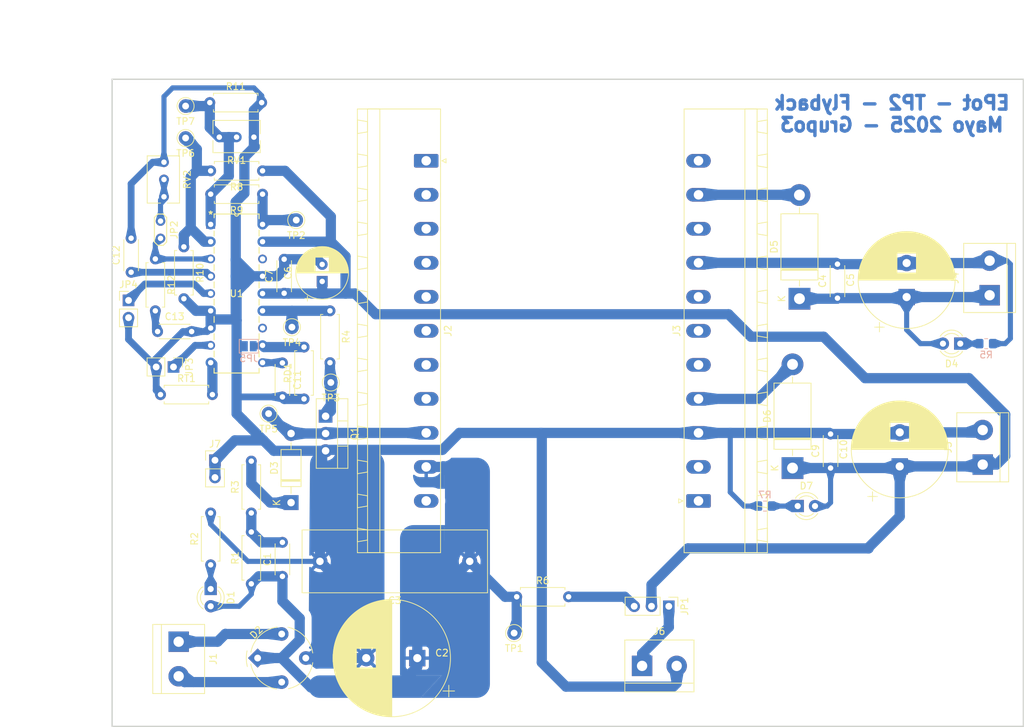
<source format=kicad_pcb>
(kicad_pcb (version 20241229) (generator "pcbnew") (generator_version "9.0")
  (layers (0 "F.Cu" signal) (2 "B.Cu" signal) (13 "F.Paste" user) (15 "B.Paste" user) (5 "F.SilkS" user "F.Silkscreen") (7 "B.SilkS" user "B.Silkscreen") (1 "F.Mask" user) (3 "B.Mask" user) (25 "Edge.Cuts" user))
  (net 0 "")
  (net 1 "Net-(C1-Pad2)")
  (net 2 "/VL1")
  (net 3 "GND1")
  (net 4 "GND2")
  (net 5 "+5V")
  (net 6 "+16V")
  (net 7 "Net-(U1-CT)")
  (net 8 "/SOFTSTART")
  (net 9 "Net-(C13-Pad1)")
  (net 10 "Net-(D1-K)")
  (net 11 "LINE")
  (net 12 "NEUT")
  (net 13 "Net-(D3-K)")
  (net 14 "/DRAIN")
  (net 15 "Net-(D4-K)")
  (net 16 "/VL5V")
  (net 17 "/VL16V")
  (net 18 "Net-(D7-K)")
  (net 23 "unconnected-(J2-Pin_11-Pad11)")
  (net 30 "Net-(JP1-B)")
  (net 31 "Net-(JP2-A)")
  (net 32 "/COMP")
  (net 33 "/nSHUTDOWN")
  (net 34 "/nRESET")
  (net 35 "/CONTROL")
  (net 36 "/ERROR-")
  (net 37 "/VREF")
  (net 38 "/ERROR+")
  (net 39 "Net-(U1-RTIMING)")
  (net 47 "Net-(JP5-B)")
  (net 48 "Net-(J6-Pin_1)")
  (net 49 "Net-(Q1-G)")
  (footprint "Connector_PinHeader_2.54mm:PinHeader_1x02_P2.54mm_Vertical" (layer "F.Cu") (at 105.156 85.217 -90)
    (property "Reference" "JP3")
    (property "Value" "Jumper_2_Open")
  )
  (footprint "Capacitor_THT:C_Disc_D4.3mm_W1.9mm_P5.00mm" (layer "F.Cu") (at 121.158 84.622 -90)
    (property "Reference" "C11")
    (property "Value" "5n-25V")
  )
  (footprint "LED_THT:LED_D3.0mm" (layer "F.Cu") (at 196.85 105.664)
    (property "Reference" "D7")
    (property "Value" "RED")
  )
  (footprint "Resistor_THT:R_Axial_DIN0207_L6.3mm_D2.5mm_P7.62mm_Horizontal" (layer "F.Cu") (at 155.575 118.999)
    (property "Reference" "R6")
    (property "Value" "470k")
  )
  (footprint "Connector_PinHeader_2.54mm:PinHeader_1x02_P2.54mm_Vertical" (layer "F.Cu") (at 98.552 75.433)
    (property "Reference" "JP4")
    (property "Value" "Jumper_2_Open")
  )
  (footprint "Connector_Phoenix_MSTB:PhoenixContact_MSTB_2,5_11-GF_1x11_P5.00mm_Horizontal_ThreadedFlange" (layer "F.Cu") (at 182.278092 104.909842 90)
    (property "Reference" "J3")
    (property "Value" "Conn_01x11_Pin")
  )
  (footprint "Resistor_THT:R_Axial_DIN0207_L6.3mm_D2.5mm_P7.62mm_Horizontal" (layer "F.Cu") (at 116.586 117.094 90)
    (property "Reference" "R1")
    (property "Value" "51k")
  )
  (footprint "TestPoint:TestPoint_2Pads_Pitch2.54mm_Drill0.8mm" (layer "F.Cu") (at 103.251 63.774 -90)
    (property "Reference" "JP2")
    (property "Value" "Jumper_2_Open")
  )
  (footprint "Potentiometer_THT:Potentiometer_Bourns_3266Y_Vertical" (layer "F.Cu") (at 103.759 60.198 -90)
    (property "Reference" "RV2")
    (property "Value" "100k")
  )
  (footprint "Capacitor_THT:C_Disc_D4.3mm_W1.9mm_P5.00mm" (layer "F.Cu") (at 98.933 71.294 90)
    (property "Reference" "C12")
    (property "Value" "2u-16V")
  )
  (footprint "Connector_PinHeader_2.54mm:PinHeader_1x03_P2.54mm_Vertical" (layer "F.Cu") (at 177.912 120.396 -90)
    (property "Reference" "JP1")
    (property "Value" "Jumper_3_Open")
  )
  (footprint "LED_THT:LED_D3.0mm" (layer "F.Cu") (at 110.617 117.856 -90)
    (property "Reference" "D1")
    (property "Value" "RED")
  )
  (footprint "Connector_Pin:Pin_D1.0mm_L10.0mm" (layer "F.Cu") (at 122.555 79.375)
    (property "Reference" "TP4")
    (property "Value" "TestPoint")
  )
  (footprint "Resistor_THT:R_Axial_DIN0207_L6.3mm_D2.5mm_P7.62mm_Horizontal" (layer "F.Cu") (at 106.68 67.564 -90)
    (property "Reference" "R10")
    (property "Value" "24k")
  )
  (footprint "footprints:N18" (layer "F.Cu") (at 118.237 84.582)
    (property "Reference" "U1")
    (property "Value" "UC3526N")
  )
  (footprint "Capacitor_THT:C_Disc_D4.3mm_W1.9mm_P5.00mm" (layer "F.Cu") (at 121.158 115.998 90)
    (property "Reference" "C1")
    (property "Value" "2.6n-600V")
  )
  (footprint "LED_THT:LED_D3.0mm" (layer "F.Cu") (at 220.726 81.788 180)
    (property "Reference" "D4")
    (property "Value" "RED")
  )
  (footprint "Resistor_THT:R_Axial_DIN0207_L6.3mm_D2.5mm_P7.62mm_Horizontal" (layer "F.Cu") (at 124.333 89.916 90)
    (property "Reference" "RD1")
    (property "Value" "0")
  )
  (footprint "Capacitor_THT:CP_Radial_D14.0mm_P5.00mm" (layer "F.Cu") (at 212.852 74.941729 90)
    (property "Reference" "C5")
    (property "Value" "47u-25V")
  )
  (footprint "Capacitor_THT:CP_Radial_D14.0mm_P5.00mm" (layer "F.Cu") (at 211.836 99.833729 90)
    (property "Reference" "C10")
    (property "Value" "47u-35V")
  )
  (footprint "Diode_THT:D_DO-201AD_P15.24mm_Horizontal" (layer "F.Cu") (at 197.104 75.184 90)
    (property "Reference" "D5")
    (property "Value" "MBR340")
  )
  (footprint "Capacitor_THT:C_Disc_D4.3mm_W1.9mm_P5.00mm" (layer "F.Cu") (at 202.692 75.104 90)
    (property "Reference" "C4")
    (property "Value" "1u-25V")
  )
  (footprint "Capacitor_THT:CP_Radial_D7.5mm_P2.50mm" (layer "F.Cu") (at 127 72.644 90)
    (property "Reference" "C6")
    (property "Value" "10u-25V")
  )
  (footprint "Diode_THT:Diode_Bridge_Round_D9.0mm" (layer "F.Cu") (at 117.515932 128.005767 45)
    (property "Reference" "D2")
    (property "Value" "W10M")
  )
  (footprint "Resistor_THT:R_Axial_DIN0207_L6.3mm_D2.5mm_P7.62mm_Horizontal" (layer "F.Cu") (at 128.143 76.962 -90)
    (property "Reference" "R4")
    (property "Value" "80")
  )
  (footprint "Resistor_THT:R_Axial_DIN0207_L6.3mm_D2.5mm_P7.62mm_Horizontal" (layer "F.Cu") (at 116.586 106.68 90)
    (property "Reference" "R3")
    (property "Value" "120")
  )
  (footprint "Resistor_THT:R_Axial_DIN0207_L6.3mm_D2.5mm_P7.62mm_Horizontal" (layer "F.Cu") (at 118.237 59.817 180)
    (property "Reference" "R9")
    (property "Value" "10k")
  )
  (footprint "Connector_PinHeader_2.54mm:PinHeader_1x02_P2.54mm_Vertical" (layer "F.Cu") (at 111.252 98.928)
    (property "Reference" "J7")
    (property "Value" "Conn_01x02_Pin")
  )
  (footprint "Diode_THT:D_DO-201AD_P15.24mm_Horizontal" (layer "F.Cu") (at 196.088 100.076 90)
    (property "Reference" "D6")
    (property "Value" "MBR340")
  )
  (footprint "Resistor_THT:R_Axial_DIN0207_L6.3mm_D2.5mm_P7.62mm_Horizontal" (layer "F.Cu") (at 118.237 56.388 180)
    (property "Reference" "R8")
    (property "Value" "130k")
  )
  (footprint "Capacitor_THT:C_Disc_D4.3mm_W1.9mm_P5.00mm" (layer "F.Cu") (at 121.412 74.382 90)
    (property "Reference" "C7")
    (property "Value" "1u-25V")
  )
  (footprint "TerminalBlock:TerminalBlock_bornier-2_P5.08mm" (layer "F.Cu") (at 224.028 99.568 90)
    (property "Reference" "J5")
    (property "Value" "Bornera")
  )
  (footprint "Capacitor_THT:CP_Radial_D17.0mm_P7.50mm" (layer "F.Cu") (at 140.97 128.016 180)
    (property "Reference" "C2")
    (property "Value" "100u-450V")
  )
  (footprint "TerminalBlock:TerminalBlock_bornier-2_P5.08mm" (layer "F.Cu") (at 173.99 129.159)
    (property "Reference" "J6")
    (property "Value" "Bornera")
  )
  (footprint "Connector_Pin:Pin_D1.0mm_L10.0mm" (layer "F.Cu") (at 128.27 87.503)
    (property "Reference" "TP3")
    (property "Value" "TestPoint")
  )
  (footprint "TerminalBlock:TerminalBlock_bornier-2_P5.08mm" (layer "F.Cu") (at 105.918 125.603 -90)
    (property "Reference" "J1")
    (property "Value" "Bornera")
  )
  (footprint "Connector_Pin:Pin_D1.0mm_L10.0mm" (layer "F.Cu") (at 123.19 63.627)
    (property "Reference" "TP2")
    (property "Value" "TestPoint")
  )
  (footprint "Resistor_THT:R_Axial_DIN0207_L6.3mm_D2.5mm_P7.62mm_Horizontal" (layer "F.Cu") (at 110.617 114.3 90)
    (property "Reference" "R2")
    (property "Value" "68k-2W")
  )
  (footprint "Capacitor_THT:C_Rect_L27.0mm_W9.0mm_P22.00mm" (layer "F.Cu") (at 148.668001 113.792 180)
    (property "Reference" "C3")
    (property "Value" "1u-650V")
  )
  (footprint "Package_TO_SOT_THT:TO-220-3_Vertical" (layer "F.Cu") (at 127.5 92.46 -90)
    (property "Reference" "Q1")
    (property "Value" "BUZ80")
  )
  (footprint "Resistor_THT:R_Axial_DIN0207_L6.3mm_D2.5mm_P7.62mm_Horizontal" (layer "F.Cu") (at 110.49 46.355)
    (property "Reference" "R11")
    (property "Value" "10k")
  )
  (footprint "Connector_Pin:Pin_D1.0mm_L10.0mm" (layer "F.Cu") (at 155.194 124.333)
    (property "Reference" "TP1")
    (property "Value" "TestPoint")
  )
  (footprint "Capacitor_THT:C_Disc_D4.3mm_W1.9mm_P5.00mm" (layer "F.Cu") (at 201.676 100.076 90)
    (property "Reference" "C9")
    (property "Value" "1u-35V")
  )
  (footprint "Capacitor_THT:C_Disc_D4.3mm_W1.9mm_P5.00mm" (layer "F.Cu") (at 102.823 80.01)
    (property "Reference" "C13")
    (property "Value" "10n")
  )
  (footprint "Connector_Pin:Pin_D1.0mm_L10.0mm" (layer "F.Cu") (at 106.934 46.863)
    (property "Reference" "TP7")
    (property "Value" "TestPoint")
  )
  (footprint "Connector_Pin:Pin_D1.0mm_L10.0mm" (layer "F.Cu") (at 106.934 51.562)
    (property "Reference" "TP6")
    (property "Value" "TestPoint")
  )
  (footprint "Resistor_THT:R_Axial_DIN0207_L6.3mm_D2.5mm_P7.62mm_Horizontal" (layer "F.Cu") (at 102.489 69.342 -90)
    (property "Reference" "R12")
    (property "Value" "4.7k")
  )
  (footprint "Potentiometer_THT:Potentiometer_Bourns_3266Y_Vertical" (layer "F.Cu") (at 111.887 51.435 180)
    (property "Reference" "RV1")
    (property "Value" "20k")
  )
  (footprint "Diode_THT:D_DO-41_SOD81_P10.16mm_Horizontal" (layer "F.Cu") (at 122.428 105.156 90)
    (property "Reference" "D3")
    (property "Value" "1N4008")
  )
  (footprint "Connector_Phoenix_MSTB:PhoenixContact_MSTB_2,5_11-GF_1x11_P5.00mm_Horizontal_ThreadedFlange" (layer "F.Cu") (at 142.278092 54.909842 -90)
    (property "Reference" "J2")
    (property "Value" "Conn_01x11_Pin")
  )
  (footprint "TerminalBlock:TerminalBlock_bornier-2_P5.08mm" (layer "F.Cu") (at 225.044 74.676 90)
    (property "Reference" "J4")
    (property "Value" "Bornera" (hide yes))
  )
  (footprint "Resistor_THT:R_Axial_DIN0207_L6.3mm_D2.5mm_P7.62mm_Horizontal" (layer "F.Cu") (at 103.251 89.281)
    (property "Reference" "RT1")
    (property "Value" "3.3k")
  )
  (footprint "Connector_Pin:Pin_D1.0mm_L10.0mm" (layer "F.Cu") (at 119.126 92.075)
    (property "Reference" "TP5")
    (property "Value" "TestPoint")
  )
  (footprint "Resistor_SMD:R_0805_2012Metric_Pad1.20x1.40mm_HandSolder" (layer "B.Cu") (at 224.536 81.788)
    (property "Reference" "R5")
    (property "Value" "330-1/4W")
  )
  (footprint "Resistor_SMD:R_0805_2012Metric_Pad1.20x1.40mm_HandSolder" (layer "B.Cu") (at 192.04 105.664 180)
    (property "Reference" "R7")
    (property "Value" "1.5k-1/4W")
  )
  (footprint "Jumper:SolderJumper-2_P1.3mm_Open_Pad1.0x1.5mm" (layer "B.Cu") (at 116.22 82.169)
    (property "Reference" "JP5")
    (property "Value" "open")
  )
  (gr_rect (start 96.139 42.926) (end 229.997 138.049) (stroke (width 0.2)) (fill no) (layer "Edge.Cuts"))
  (gr_text "EPot - TP2 - Flyback\nMayo 2025 - Grupo3" (at 210.663777 50.8 0) (layer "B.Cu") (effects (font (size 2 2) (thickness 0.5) (bold yes)) (justify bottom mirror)))
  (segment (start 121.158 110.998) (end 118.11 110.998) (width 1.5) (layer "B.Cu") (net 1))
  (segment (start 118.11 110.998) (end 116.586 109.474) (width 1.5) (layer "B.Cu") (net 1))
  (segment (start 116.586 106.68) (end 116.586 109.474) (width 1.5) (layer "B.Cu") (net 1))
  (segment (start 144.78 99.822) (end 144.692158 99.909842) (width 1.5) (layer "B.Cu") (net 2))
  (segment (start 125.359233 132.334) (end 121.031 128.005767) (width 1.5) (layer "B.Cu") (net 2))
  (segment (start 121.158 115.998) (end 121.158 119.634) (width 1.5) (layer "B.Cu") (net 2))
  (segment (start 116.586 118.618) (end 116.586 117.094) (width 0.75) (layer "B.Cu") (net 2))
  (segment (start 153.875001 118.999) (end 148.668001 113.792) (width 1.5) (layer "B.Cu") (net 2))
  (segment (start 121.031 128.005767) (end 117.515932 128.005767) (width 1.5) (layer "B.Cu") (net 2))
  (segment (start 121.158 115.998) (end 117.682 115.998) (width 1.5) (layer "B.Cu") (net 2))
  (segment (start 155.575 118.999) (end 153.875001 118.999) (width 1.5) (layer "B.Cu") (net 2))
  (segment (start 144.692158 99.909842) (end 142.278092 99.909842) (width 1.5) (layer "B.Cu") (net 2))
  (segment (start 155.575 118.999) (end 155.575 123.952) (width 1.5) (layer "B.Cu") (net 2))
  (segment (start 148.668001 113.792) (end 148.668001 103.710001) (width 1.5) (layer "B.Cu") (net 2))
  (segment (start 117.682 115.998) (end 116.586 117.094) (width 1.5) (layer "B.Cu") (net 2))
  (segment (start 123.698 125.338767) (end 121.031 128.005767) (width 1.5) (layer "B.Cu") (net 2))
  (segment (start 140.97 129.286) (end 137.922 132.334) (width 1.5) (layer "B.Cu") (net 2))
  (segment (start 155.575 123.952) (end 155.194 124.333) (width 1.5) (layer "B.Cu") (net 2))
  (segment (start 148.668001 103.710001) (end 144.78 99.822) (width 1.5) (layer "B.Cu") (net 2))
  (segment (start 121.158 119.634) (end 123.698 122.174) (width 1.5) (layer "B.Cu") (net 2))
  (segment (start 110.617 120.396) (end 114.808 120.396) (width 0.75) (layer "B.Cu") (net 2))
  (segment (start 140.97 121.490001) (end 148.668001 113.792) (width 1.5) (layer "B.Cu") (net 2))
  (segment (start 114.808 120.396) (end 116.586 118.618) (width 0.75) (layer "B.Cu") (net 2))
  (segment (start 140.97 128.016) (end 140.97 121.490001) (width 1.5) (layer "B.Cu") (net 2))
  (segment (start 140.97 128.016) (end 140.97 129.286) (width 1.5) (layer "B.Cu") (net 2))
  (segment (start 137.922 132.334) (end 125.359233 132.334) (width 1.5) (layer "B.Cu") (net 2))
  (segment (start 123.698 122.174) (end 123.698 125.338767) (width 1.5) (layer "B.Cu") (net 2))
  (segment (start 110.617 108.331) (end 116.078 113.792) (width 0.75) (layer "B.Cu") (net 3))
  (segment (start 114.3 69.469) (end 116.713 71.882) (width 1.5) (layer "B.Cu") (net 3))
  (segment (start 116.967 52.705) (end 116.967 51.435) (width 1.5) (layer "B.Cu") (net 3))
  (segment (start 110.617 78.232) (end 114.3 78.232) (width 1.5) (layer "B.Cu") (net 3))
  (segment (start 188.976 105.664) (end 186.944 103.632) (width 0.75) (layer "B.Cu") (net 3))
  (segment (start 107.823 80.01) (end 106.553 80.01) (width 1) (layer "B.Cu") (net 3))
  (segment (start 114.427 92.075) (end 115.316 92.964) (width 1.5) (layer "B.Cu") (net 3))
  (segment (start 103.759 45.466) (end 103.759 55.118) (width 0.75) (layer "B.Cu") (net 3))
  (segment (start 121.412 70.866) (end 121.412 69.382) (width 1.5) (layer "B.Cu") (net 3))
  (segment (start 116.713 71.882) (end 115.697 72.898) (width 1.5) (layer "B.Cu") (net 3))
  (segment (start 114.681 71.882) (end 114.3 71.882) (width 1.5) (layer "B.Cu") (net 3))
  (segment (start 102.616 85.217) (end 102.616 88.646) (width 1) (layer "B.Cu") (net 3))
  (segment (start 133.459767 128.005767) (end 133.47 128.016) (width 1.5) (layer "B.Cu") (net 3))
  (segment (start 114.3 71.882) (end 114.3 78.232) (width 1.5) (layer "B.Cu") (net 3))
  (segment (start 114.427 89.535) (end 114.427 92.075) (width 1.5) (layer "B.Cu") (net 3))
  (segment (start 120.396 71.882) (end 121.412 70.866) (width 1.5) (layer "B.Cu") (net 3))
  (segment (start 178.562 132.207) (end 162.814 132.207) (width 1.5) (layer "B.Cu") (net 3))
  (segment (start 121.158 89.622) (end 114.514 89.622) (width 1) (layer "B.Cu") (net 3))
  (segment (start 133.47 128.016) (end 133.47 120.593999) (width 1.5) (layer "B.Cu") (net 3))
  (segment (start 114.3 78.232) (end 114.427 78.359) (width 1.5) (layer "B.Cu") (net 3))
  (segment (start 201.509842 94.909842) (end 201.676 95.076) (width 1.5) (layer "B.Cu") (net 3))
  (segment (start 114.168 96.012) (end 111.252 98.928) (width 1.5) (layer "B.Cu") (net 3))
  (segment (start 110.617 76.962) (end 108.458 76.962) (width 1.5) (layer "B.Cu") (net 3))
  (segment (start 115.189 92.837) (end 115.316 92.964) (width 1) (layer "B.Cu") (net 3))
  (segment (start 116.713 71.882) (end 118.237 71.882) (width 1.5) (layer "B.Cu") (net 3))
  (segment (start 116.078 113.792) (end 126.668001 113.792) (width 0.75) (layer "B.Cu") (net 3))
  (segment (start 110.617 78.232) (end 110.617 79.502) (width 1.5) (layer "B.Cu") (net 3))
  (segment (start 118.11 46.355) (end 118.11 45.339) (width 0.75) (layer "B.Cu") (net 3))
  (segment (start 115.316 92.964) (end 118.364 96.012) (width 1.5) (layer "B.Cu") (net 3))
  (segment (start 179.07 131.699) (end 178.562 132.207) (width 1.5) (layer "B.Cu") (net 3))
  (segment (start 110.617 106.68) (end 110.617 108.331) (width 0.75) (layer "B.Cu") (net 3))
  (segment (start 107.823 80.01) (end 110.109 80.01) (width 1) (layer "B.Cu") (net 3))
  (segment (start 127.64 97.4) (end 127.5 97.54) (width 1.5) (layer "B.Cu") (net 3))
  (segment (start 211.836 94.833729) (end 223.682271 94.833729) (width 1.5) (layer "B.Cu") (net 3))
  (segment (start 124.587 128.005767) (end 133.459767 128.005767) (width 1.5) (layer "B.Cu") (net 3))
  (segment (start 114.514 89.622) (end 114.427 89.535) (width 1) (layer "B.Cu") (net 3))
  (segment (start 106.553 80.01) (end 101.981 84.582) (width 1) (layer "B.Cu") (net 3))
  (segment (start 144.662 97.4) (end 127.64 97.4) (width 1.5) (layer "B.Cu") (net 3))
  (segment (start 118.237 71.882) (end 120.396 71.882) (width 1.5) (layer "B.Cu") (net 3))
  (segment (start 102.616 88.646) (end 103.251 89.281) (width 1) (layer "B.Cu") (net 3))
  (segment (start 115.57 59.69) (end 115.57 54.356) (width 1.5) (layer "B.Cu") (net 3))
  (segment (start 201.676 95.076) (end 211.593729 95.076) (width 1.5) (layer "B.Cu") (net 3))
  (segment (start 102.616 85.217) (end 101.981 84.582) (width 1) (layer "B.Cu") (net 3))
  (segment (start 126.668001 98.371999) (end 127.5 97.54) (width 1.5) (layer "B.Cu") (net 3))
  (segment (start 118.364 96.012) (end 119.892 97.54) (width 1.5) (layer "B.Cu") (net 3))
  (segment (start 98.933 58.293) (end 102.108 55.118) (width 1) (layer "B.Cu") (net 3))
  (segment (start 211.593729 95.076) (end 211.836 94.833729) (width 1.5) (layer "B.Cu") (net 3))
  (segment (start 182.278092 94.909842) (end 159.131 94.909842) (width 1.5) (layer "B.Cu") (net 3))
  (segment (start 105.029 44.196) (end 103.759 45.466) (width 0.75) (layer "B.Cu") (net 3))
  (segment (start 114.3 69.469) (end 114.3 71.882) (width 1.5) (layer "B.Cu") (net 3))
  (segment (start 110.109 80.01) (end 110.617 79.502) (width 1) (layer "B.Cu") (net 3))
  (segment (start 121.245 89.535) (end 121.158 89.622) (width 1) (layer "B.Cu") (net 3))
  (segment (start 114.3 60.96) (end 115.57 59.69) (width 1.5) (layer "B.Cu") (net 3))
  (segment (start 121.452 89.916) (end 121.158 89.622) (width 1.5) (layer "B.Cu") (net 3))
  (segment (start 159.131 94.909842) (end 147.152158 94.909842) (width 1.5) (layer "B.Cu") (net 3))
  (segment (start 159.258 128.651) (end 159.258 95.036842) (width 1.5) (layer "B.Cu") (net 3))
  (segment (start 110.617 76.962) (end 110.617 78.232) (width 1.5) (layer "B.Cu") (net 3))
  (segment (start 126.668001 113.792) (end 126.668001 98.371999) (width 1.5) (layer "B.Cu") (net 3))
  (segment (start 115.697 72.898) (end 114.681 71.882) (width 1.5) (layer "B.Cu") (net 3))
  (segment (start 118.364 96.012) (end 114.168 96.012) (width 1.5) (layer "B.Cu") (net 3))
  (segment (start 186.944 94.909842) (end 201.509842 94.909842) (width 1.5) (layer "B.Cu") (net 3))
  (segment (start 159.258 95.036842) (end 159.131 94.909842) (width 1.5) (layer "B.Cu") (net 3))
  (segment (start 147.152158 94.909842) (end 144.662 97.4) (width 1.5) (layer "B.Cu") (net 3))
  (segment (start 114.427 74.168) (end 114.427 78.359) (width 1.5) (layer "B.Cu") (net 3))
  (segment (start 126.238 69.382) (end 127 70.144) (width 1.5) (layer "B.Cu") (net 3))
  (segment (start 114.3 69.469) (end 114.3 60.96) (width 1.5) (layer "B.Cu") (net 3))
  (segment (start 124.333 89.916) (end 121.452 89.916) (width 1.5) (layer "B.Cu") (net 3))
  (segment (start 179.07 129.159) (end 179.07 131.699) (width 1.5) (layer "B.Cu") (net 3))
  (segment (start 116.967 47.498) (end 118.11 46.355) (width 1.5) (layer "B.Cu") (net 3))
  (segment (start 115.57 54.356) (end 117.094 52.832) (width 1.5) (layer "B.Cu") (net 3))
  (segment (start 116.967 51.435) (end 116.967 47.498) (width 1.5) (layer "B.Cu") (net 3))
  (segment (start 186.944 103.632) (end 186.944 94.909842) (width 0.75) (layer "B.Cu") (net 3))
  (segment (start 115.697 72.898) (end 114.427 74.168) (width 1.5) (layer "B.Cu") (net 3))
  (segment (start 162.814 132.207) (end 159.258 128.651) (width 1.5) (layer "B.Cu") (net 3))
  (segment (start 114.427 78.359) (end 114.427 89.535) (width 1.5) (layer "B.Cu") (net 3))
  (segment (start 121.412 69.382) (end 126.238 69.382) (width 1.5) (layer "B.Cu") (net 3))
  (segment (start 182.278092 94.909842) (end 186.944 94.909842) (width 1.5) (layer "B.Cu") (net 3))
  (segment (start 191.04 105.664) (end 188.976 105.664) (width 0.75) (layer "B.Cu") (net 3))
  (segment (start 108.458 76.962) (end 106.68 75.184) (width 1.5) (layer "B.Cu") (net 3))
  (segment (start 102.108 55.118) (end 103.759 55.118) (width 1) (layer "B.Cu") (net 3))
  (segment (start 118.11 45.339) (end 116.967 44.196) (width 0.75) (layer "B.Cu") (net 3))
  (segment (start 98.552 81.153) (end 98.552 77.973) (width 1) (layer "B.Cu") (net 3))
  (segment (start 101.981 84.582) (end 98.552 81.153) (width 1) (layer "B.Cu") (net 3))
  (segment (start 223.682271 94.833729) (end 224.028 94.488) (width 1.5) (layer "B.Cu") (net 3))
  (segment (start 117.094 52.832) (end 116.967 52.705) (width 1.5) (layer "B.Cu") (net 3))
  (segment (start 111.252 98.928) (end 111.252 101.468) (width 1.5) (layer "B.Cu") (net 3))
  (segment (start 116.967 44.196) (end 105.029 44.196) (width 0.75) (layer "B.Cu") (net 3))
  (segment (start 98.933 66.294) (end 98.933 58.293) (width 1) (layer "B.Cu") (net 3))
  (segment (start 133.47 120.593999) (end 126.668001 113.792) (width 1.5) (layer "B.Cu") (net 3))
  (segment (start 119.892 97.54) (end 127.5 97.54) (width 1.5) (layer "B.Cu") (net 3))
  (segment (start 212.689729 70.104) (end 212.852 69.941729) (width 1.5) (layer "B.Cu") (net 4))
  (segment (start 227.33 81.788) (end 228.092 81.026) (width 0.75) (layer "B.Cu") (net 4))
  (segment (start 225.536 81.788) (end 227.33 81.788) (width 0.75) (layer "B.Cu") (net 4))
  (segment (start 212.852 69.941729) (end 224.698271 69.941729) (width 1.5) (layer "B.Cu") (net 4))
  (segment (start 228.092 70.104) (end 227.584 69.596) (width 0.75) (layer "B.Cu") (net 4))
  (segment (start 202.497842 69.909842) (end 202.692 70.104) (width 1.5) (layer "B.Cu") (net 4))
  (segment (start 182.278092 69.909842) (end 202.497842 69.909842) (width 1.5) (layer "B.Cu") (net 4))
  (segment (start 224.698271 69.941729) (end 225.044 69.596) (width 1.5) (layer "B.Cu") (net 4))
  (segment (start 227.584 69.596) (end 225.044 69.596) (width 0.75) (layer "B.Cu") (net 4))
  (segment (start 202.692 70.104) (end 212.689729 70.104) (width 1.5) (layer "B.Cu") (net 4))
  (segment (start 228.092 81.026) (end 228.092 70.104) (width 0.75) (layer "B.Cu") (net 4))
  (segment (start 202.692 75.104) (end 212.689729 75.104) (width 1.5) (layer "B.Cu") (net 5))
  (segment (start 212.852 79.756) (end 212.852 74.941729) (width 0.75) (layer "B.Cu") (net 5))
  (segment (start 197.104 75.184) (end 202.612 75.184) (width 1.5) (layer "B.Cu") (net 5))
  (segment (start 212.852 74.941729) (end 224.778271 74.941729) (width 1.5) (layer "B.Cu") (net 5))
  (segment (start 214.884 81.788) (end 212.852 79.756) (width 0.75) (layer "B.Cu") (net 5))
  (segment (start 202.612 75.184) (end 202.692 75.104) (width 1.5) (layer "B.Cu") (net 5))
  (segment (start 212.689729 75.104) (end 212.852 74.941729) (width 1.5) (layer "B.Cu") (net 5))
  (segment (start 218.186 81.788) (end 214.884 81.788) (width 0.75) (layer "B.Cu") (net 5))
  (segment (start 224.778271 74.941729) (end 225.044 74.676) (width 1.5) (layer "B.Cu") (net 5))
  (segment (start 130.429 74.422) (end 131.826 74.422) (width 1.5) (layer "B.Cu") (net 6))
  (segment (start 210.312 100.076) (end 211.593729 100.076) (width 1.5) (layer "B.Cu") (net 6))
  (segment (start 122.007 74.382) (end 122.047 74.422) (width 1.5) (layer "B.Cu") (net 6))
  (segment (start 127 72.644) (end 127 74.422) (width 1.5) (layer "B.Cu") (net 6))
  (segment (start 186.69 77.47) (end 134.874 77.47) (width 1.5) (layer "B.Cu") (net 6))
  (segment (start 118.237 66.802) (end 128.27 66.802) (width 1.5) (layer "B.Cu") (net 6))
  (segment (start 130.429 68.961) (end 130.429 74.422) (width 1.5) (layer "B.Cu") (net 6))
  (segment (start 180.721 111.887) (end 207.264 111.887) (width 1.5) (layer "B.Cu") (net 6))
  (segment (start 201.676 100.076) (end 210.312 100.076) (width 1.5) (layer "B.Cu") (net 6))
  (segment (start 227.33 98.298) (end 227.33 92.202) (width 1.5) (layer "B.Cu") (net 6))
  (segment (start 128.27 66.802) (end 130.429 68.961) (width 1.5) (layer "B.Cu") (net 6))
  (segment (start 121.539 56.388) (end 118.237 56.388) (width 1.5) (layer "B.Cu") (net 6))
  (segment (start 200.66 80.772) (end 189.992 80.772) (width 1.5) (layer "B.Cu") (net 6))
  (segment (start 207.264 111.76) (end 211.836 107.188) (width 1.5) (layer "B.Cu") (net 6))
  (segment (start 223.762271 99.833729) (end 224.028 99.568) (width 1.5) (layer "B.Cu") (net 6))
  (segment (start 196.088 100.076) (end 201.676 100.076) (width 1.5) (layer "B.Cu") (net 6))
  (segment (start 189.992 80.772) (end 186.69 77.47) (width 1.5) (layer "B.Cu") (net 6))
  (segment (start 127 74.422) (end 130.429 74.422) (width 1.5) (layer "B.Cu") (net 6))
  (segment (start 207.264 111.887) (end 207.264 111.76) (width 1.5) (layer "B.Cu") (net 6))
  (segment (start 201.168 105.664) (end 201.676 105.156) (width 0.75) (layer "B.Cu") (net 6))
  (segment (start 118.237 74.422) (end 122.047 74.422) (width 1.5) (layer "B.Cu") (net 6))
  (segment (start 128.27 63.119) (end 121.539 56.388) (width 1.5) (layer "B.Cu") (net 6))
  (segment (start 211.593729 100.076) (end 211.836 99.833729) (width 1.5) (layer "B.Cu") (net 6))
  (segment (start 128.27 66.802) (end 128.27 63.119) (width 1.5) (layer "B.Cu") (net 6))
  (segment (start 175.372 120.396) (end 175.372 117.236) (width 1.5) (layer "B.Cu") (net 6))
  (segment (start 221.996 86.868) (end 206.756 86.868) (width 1.5) (layer "B.Cu") (net 6))
  (segment (start 121.412 74.382) (end 122.007 74.382) (width 1.5) (layer "B.Cu") (net 6))
  (segment (start 201.676 105.156) (end 201.676 100.076) (width 0.75) (layer "B.Cu") (net 6))
  (segment (start 199.39 105.664) (end 201.168 105.664) (width 0.75) (layer "B.Cu") (net 6))
  (segment (start 211.836 99.833729) (end 223.762271 99.833729) (width 1.5) (layer "B.Cu") (net 6))
  (segment (start 224.028 99.568) (end 226.06 99.568) (width 1.5) (layer "B.Cu") (net 6))
  (segment (start 175.372 117.236) (end 180.721 111.887) (width 1.5) (layer "B.Cu") (net 6))
  (segment (start 227.33 92.202) (end 221.996 86.868) (width 1.5) (layer "B.Cu") (net 6))
  (segment (start 211.836 107.188) (end 211.836 99.833729) (width 1.5) (layer "B.Cu") (net 6))
  (segment (start 226.06 99.568) (end 227.33 98.298) (width 1.5) (layer "B.Cu") (net 6))
  (segment (start 122.047 74.422) (end 127 74.422) (width 1.5) (layer "B.Cu") (net 6))
  (segment (start 134.874 77.47) (end 131.826 74.422) (width 1.5) (layer "B.Cu") (net 6))
  (segment (start 206.756 86.868) (end 200.66 80.772) (width 1.5) (layer "B.Cu") (net 6))
  (segment (start 121.118 84.582) (end 121.158 84.622) (width 1) (layer "B.Cu") (net 7))
  (segment (start 118.237 84.582) (end 121.118 84.582) (width 1) (layer "B.Cu") (net 7))
  (segment (start 110.029 71.294) (end 110.617 71.882) (width 1) (layer "B.Cu") (net 8))
  (segment (start 98.933 71.294) (end 110.029 71.294) (width 1) (layer "B.Cu") (net 8))
  (segment (start 102.489 76.962) (end 102.489 79.676) (width 1) (layer "B.Cu") (net 9))
  (segment (start 102.489 79.676) (end 102.823 80.01) (width 1) (layer "B.Cu") (net 9))
  (segment (start 110.617 117.856) (end 110.617 114.3) (width 0.75) (layer "B.Cu") (net 10))
  (segment (start 111.633 125.603) (end 112.776 124.46) (width 1.5) (layer "B.Cu") (net 11))
  (segment (start 112.776 124.46) (end 112.786233 124.470233) (width 1.5) (layer "B.Cu") (net 11))
  (segment (start 112.786233 124.470233) (end 121.051466 124.470233) (width 1.5) (layer "B.Cu") (net 11))
  (segment (start 105.918 125.603) (end 111.633 125.603) (width 1.5) (layer "B.Cu") (net 11))
  (segment (start 106.776301 131.541301) (end 105.918 130.683) (width 1.5) (layer "B.Cu") (net 12))
  (segment (start 121.051466 131.541301) (end 106.776301 131.541301) (width 1.5) (layer "B.Cu") (net 12))
  (segment (start 119.38 105.156) (end 116.586 102.362) (width 1.5) (layer "B.Cu") (net 13))
  (segment (start 122.428 105.156) (end 119.38 105.156) (width 1.5) (layer "B.Cu") (net 13))
  (segment (start 116.586 102.362) (end 116.586 99.06) (width 1.5) (layer "B.Cu") (net 13))
  (segment (start 122.047 94.996) (end 119.126 92.075) (width 1.5) (layer "B.Cu") (net 14))
  (segment (start 142.278092 94.909842) (end 128.778 94.909842) (width 1.5) (layer "B.Cu") (net 14))
  (segment (start 122.428 94.996) (end 122.047 94.996) (width 1.5) (layer "B.Cu") (net 14))
  (segment (start 128.691842 94.996) (end 122.428 94.996) (width 1.5) (layer "B.Cu") (net 14))
  (segment (start 127.496 94.996) (end 127.5 95) (width 1) (layer "B.Cu") (net 14))
  (segment (start 127.590158 94.909842) (end 127.5 95) (width 1.5) (layer "B.Cu") (net 14))
  (segment (start 128.778 94.909842) (end 128.691842 94.996) (width 1.5) (layer "B.Cu") (net 14))
  (segment (start 128.778 94.909842) (end 127.590158 94.909842) (width 1.5) (layer "B.Cu") (net 14))
  (segment (start 220.726 81.788) (end 223.536 81.788) (width 0.75) (layer "B.Cu") (net 15))
  (segment (start 182.278092 59.909842) (end 197.069842 59.909842) (width 1.5) (layer "B.Cu") (net 16))
  (segment (start 197.069842 59.909842) (end 197.104 59.944) (width 1.5) (layer "B.Cu") (net 16))
  (segment (start 196.088 84.836) (end 191.014158 89.909842) (width 1.5) (layer "B.Cu") (net 17))
  (segment (start 191.014158 89.909842) (end 182.278092 89.909842) (width 1.5) (layer "B.Cu") (net 17))
  (segment (start 193.04 105.664) (end 196.85 105.664) (width 0.75) (layer "B.Cu") (net 18))
  (segment (start 142.278092 104.909842) (end 142.055592 104.909842) (width 0.2) (layer "F.Cu") (net 23))
  (segment (start 163.195 118.999) (end 171.435001 118.999) (width 1.5) (layer "B.Cu") (net 30))
  (segment (start 171.435001 118.999) (end 172.832001 120.396) (width 1.5) (layer "B.Cu") (net 30))
  (segment (start 103.251 63.774) (end 103.251 60.706) (width 0.75) (layer "B.Cu") (net 31))
  (segment (start 103.759 57.658) (end 103.759 60.198) (width 0.75) (layer "B.Cu") (net 31))
  (segment (start 103.251 60.706) (end 103.759 60.198) (width 0.75) (layer "B.Cu") (net 31))
  (segment (start 102.489 69.342) (end 110.617 69.342) (width 0.75) (layer "B.Cu") (net 32))
  (segment (start 102.489 67.076) (end 103.251 66.314) (width 0.75) (layer "B.Cu") (net 32))
  (segment (start 102.489 69.342) (end 102.489 67.076) (width 0.75) (layer "B.Cu") (net 32))
  (segment (start 110.617 82.042) (end 108.331 82.042) (width 1) (layer "B.Cu") (net 33))
  (segment (start 108.331 82.042) (end 105.156 85.217) (width 1) (layer "B.Cu") (net 33))
  (segment (start 109.601 74.422) (end 108.204 73.025) (width 1) (layer "B.Cu") (net 34))
  (segment (start 100.96 73.025) (end 98.552 75.433) (width 1) (layer "B.Cu") (net 34))
  (segment (start 108.204 73.025) (end 100.96 73.025) (width 1) (layer "B.Cu") (net 34))
  (segment (start 110.617 74.422) (end 109.601 74.422) (width 1) (layer "B.Cu") (net 34))
  (segment (start 128.143 76.962) (end 122.555 76.962) (width 1.5) (layer "B.Cu") (net 35))
  (segment (start 122.555 76.962) (end 118.237 76.962) (width 1.5) (layer "B.Cu") (net 35))
  (segment (start 122.555 79.375) (end 122.555 76.962) (width 1.5) (layer "B.Cu") (net 35))
  (segment (start 108.585 56.388) (end 107.696 57.277) (width 1.5) (layer "B.Cu") (net 36))
  (segment (start 108.585 53.213) (end 108.585 56.388) (width 1.5) (layer "B.Cu") (net 36))
  (segment (start 106.934 51.562) (end 108.585 53.213) (width 1.5) (layer "B.Cu") (net 36))
  (segment (start 107.696 64.796986) (end 109.701014 66.802) (width 1.5) (layer "B.Cu") (net 36))
  (segment (start 110.617 56.388) (end 108.585 56.388) (width 1.5) (layer "B.Cu") (net 36))
  (segment (start 107.696 64.796986) (end 106.68 65.812986) (width 1.5) (layer "B.Cu") (net 36))
  (segment (start 107.696 57.277) (end 107.696 64.796986) (width 1.5) (layer "B.Cu") (net 36))
  (segment (start 106.68 65.812986) (end 106.68 67.564) (width 1.5) (layer "B.Cu") (net 36))
  (segment (start 109.701014 66.802) (end 110.617 66.802) (width 1.5) (layer "B.Cu") (net 36))
  (segment (start 118.872 63.627) (end 118.237 64.262) (width 1.5) (layer "B.Cu") (net 37))
  (segment (start 123.19 63.627) (end 118.872 63.627) (width 1.5) (layer "B.Cu") (net 37))
  (segment (start 118.237 59.817) (end 118.237 64.262) (width 1.5) (layer "B.Cu") (net 37))
  (segment (start 110.617 59.817) (end 110.617 64.262) (width 1.5) (layer "B.Cu") (net 38))
  (segment (start 110.49 46.355) (end 110.49 50.038) (width 1.5) (layer "B.Cu") (net 38))
  (segment (start 109.982 46.863) (end 110.49 46.355) (width 1.5) (layer "B.Cu") (net 38))
  (segment (start 106.934 46.863) (end 109.982 46.863) (width 1.5) (layer "B.Cu") (net 38))
  (segment (start 110.49 50.038) (end 111.887 51.435) (width 1.5) (layer "B.Cu") (net 38))
  (segment (start 113.284 57.15) (end 110.617 59.817) (width 1.5) (layer "B.Cu") (net 38))
  (segment (start 113.284 51.435) (end 113.284 57.15) (width 1.5) (layer "B.Cu") (net 38))
  (segment (start 113.284 51.435) (end 111.887 51.435) (width 1.5) (layer "B.Cu") (net 38))
  (segment (start 114.427 51.435) (end 113.284 51.435) (width 1.5) (layer "B.Cu") (net 38))
  (segment (start 110.871 84.836) (end 110.617 84.582) (width 1.5) (layer "B.Cu") (net 39))
  (segment (start 110.871 89.281) (end 110.871 84.836) (width 1.5) (layer "B.Cu") (net 39))
  (segment (start 118.491 82.296) (end 118.237 82.042) (width 1.5) (layer "B.Cu") (net 47))
  (segment (start 124.333 82.296) (end 118.491 82.296) (width 1.5) (layer "B.Cu") (net 47))
  (segment (start 116.87 82.169) (end 118.11 82.169) (width 0.75) (layer "B.Cu") (net 47))
  (segment (start 118.11 82.169) (end 118.237 82.042) (width 0.75) (layer "B.Cu") (net 47))
  (segment (start 173.99 129.159) (end 173.99 127.381) (width 1.5) (layer "B.Cu") (net 48))
  (segment (start 177.912 123.429) (end 177.912 120.396) (width 1.5) (layer "B.Cu") (net 48))
  (segment (start 173.99 127.381) (end 177.927 123.444) (width 1.5) (layer "B.Cu") (net 48))
  (segment (start 177.927 123.444) (end 177.912 123.429) (width 1.5) (layer "B.Cu") (net 48))
  (segment (start 174.117 129.667) (end 173.99 129.794) (width 1.5) (layer "B.Cu") (net 48))
  (segment (start 128.27 87.503) (end 128.27 91.69) (width 1.5) (layer "B.Cu") (net 49))
  (segment (start 128.27 91.69) (end 127.5 92.46) (width 1.5) (layer "B.Cu") (net 49))
  (segment (start 128.143 87.376) (end 128.27 87.503) (width 1.5) (layer "B.Cu") (net 49))
  (segment (start 128.143 84.582) (end 128.143 87.376) (width 1.5) (layer "B.Cu") (net 49))
  (zone (net 2) (net_name "/VL1") (layer "B.Cu") (priority 2) (connect_pads (clearance 1)) (min_thickness 0.25) (fill yes (thermal_gap 0.5) (thermal_bridge_width 0.5) (smoothing fillet) (radius 2))
    (polygon (pts (xy 151.638 110.744) (xy 151.638 98.552) (xy 145.034 98.552) (xy 145.034 110.744)))
  )
  (zone (net 2) (net_name "/VL1") (layer "B.Cu") (priority 4) (connect_pads (clearance 1)) (min_thickness 0.25) (fill yes (thermal_gap 0.5) (thermal_bridge_width 0.5) (smoothing fillet) (radius 2))
    (polygon (pts (xy 140.335 98.552) (xy 145.034 98.552) (xy 145.034 103.124) (xy 140.335 103.124)))
  )
  (zone (net 2) (net_name "/VL1") (layer "B.Cu") (priority 3) (connect_pads (clearance 1)) (min_thickness 0.25) (fill yes (thermal_gap 0.5) (thermal_bridge_width 0.5) (smoothing fillet) (radius 2))
    (polygon (pts (xy 141.478 133.858) (xy 124.968 133.858) (xy 124.968 130.556) (xy 144.526 130.556)))
  )
  (zone (net 3) (net_name "GND1") (layer "B.Cu") (priority 1) (connect_pads (clearance 1)) (min_thickness 0.25) (fill yes (thermal_gap 0.5) (thermal_bridge_width 0.5) (smoothing fillet) (radius 2))
    (polygon (pts (xy 136.144 129.794) (xy 136.144 97.536) (xy 125.222 97.536) (xy 124.968 129.794)))
  )
  (zone (net 2) (net_name "/VL1") (layer "B.Cu") (connect_pads (clearance 1)) (min_thickness 0.25) (fill yes (thermal_gap 0.5) (thermal_bridge_width 0.5) (smoothing fillet) (radius 2))
    (polygon (pts (xy 138.43 133.858) (xy 138.43 108.458) (xy 151.638 108.458) (xy 151.638 133.858)))
  )
)
</source>
